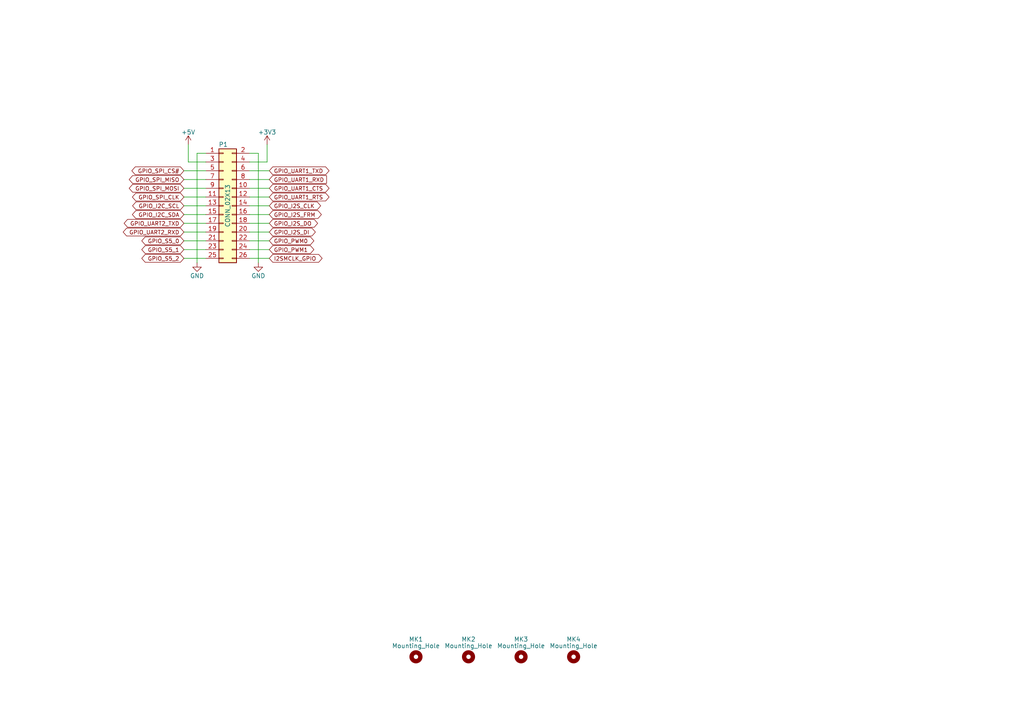
<source format=kicad_sch>
(kicad_sch (version 20230121) (generator eeschema)
  (paper "A4")
  (lib_symbols
    (symbol "Connector_Generic:Conn_02x13_Odd_Even" (pin_names (offset 1.016) hide)
      (property "Reference" "J" (at 1.27 17.78 0))
      (property "Value" "Conn_02x13_Odd_Even" (at 1.27 -17.78 0))
      (symbol "Conn_02x13_Odd_Even_1_1"
        (rectangle (start -1.27 -15.113) (end 0 -15.367) (stroke (width 0.1524)))
        (rectangle (start -1.27 -12.573) (end 0 -12.827) (stroke (width 0.1524)))
        (rectangle (start -1.27 -10.033) (end 0 -10.287) (stroke (width 0.1524)))
        (rectangle (start -1.27 -7.493) (end 0 -7.747) (stroke (width 0.1524)))
        (rectangle (start -1.27 -4.953) (end 0 -5.207) (stroke (width 0.1524)))
        (rectangle (start -1.27 -2.413) (end 0 -2.667) (stroke (width 0.1524)))
        (rectangle (start -1.27 0.127) (end 0 -0.127) (stroke (width 0.1524)))
        (rectangle (start -1.27 2.667) (end 0 2.413) (stroke (width 0.1524)))
        (rectangle (start -1.27 5.207) (end 0 4.953) (stroke (width 0.1524)))
        (rectangle (start -1.27 7.747) (end 0 7.493) (stroke (width 0.1524)))
        (rectangle (start -1.27 10.287) (end 0 10.033) (stroke (width 0.1524)))
        (rectangle (start -1.27 12.827) (end 0 12.573) (stroke (width 0.1524)))
        (rectangle (start -1.27 15.367) (end 0 15.113) (stroke (width 0.1524)))
        (rectangle (start -1.27 16.51) (end 3.81 -16.51) (stroke (width 0.254)) (fill (type background)))
        (rectangle (start 3.81 -15.113) (end 2.54 -15.367) (stroke (width 0.1524)))
        (rectangle (start 3.81 -12.573) (end 2.54 -12.827) (stroke (width 0.1524)))
        (rectangle (start 3.81 -10.033) (end 2.54 -10.287) (stroke (width 0.1524)))
        (rectangle (start 3.81 -7.493) (end 2.54 -7.747) (stroke (width 0.1524)))
        (rectangle (start 3.81 -4.953) (end 2.54 -5.207) (stroke (width 0.1524)))
        (rectangle (start 3.81 -2.413) (end 2.54 -2.667) (stroke (width 0.1524)))
        (rectangle (start 3.81 0.127) (end 2.54 -0.127) (stroke (width 0.1524)))
        (rectangle (start 3.81 2.667) (end 2.54 2.413) (stroke (width 0.1524)))
        (rectangle (start 3.81 5.207) (end 2.54 4.953) (stroke (width 0.1524)))
        (rectangle (start 3.81 7.747) (end 2.54 7.493) (stroke (width 0.1524)))
        (rectangle (start 3.81 10.287) (end 2.54 10.033) (stroke (width 0.1524)))
        (rectangle (start 3.81 12.827) (end 2.54 12.573) (stroke (width 0.1524)))
        (rectangle (start 3.81 15.367) (end 2.54 15.113) (stroke (width 0.1524)))
        (pin passive line (at -5.08 15.24 0) (length 3.81) (name "Pin_1") (number "1"))
        (pin passive line (at 7.62 5.08 180) (length 3.81) (name "Pin_10") (number "10"))
        (pin passive line (at -5.08 2.54 0) (length 3.81) (name "Pin_11") (number "11"))
        (pin passive line (at 7.62 2.54 180) (length 3.81) (name "Pin_12") (number "12"))
        (pin passive line (at -5.08 0 0) (length 3.81) (name "Pin_13") (number "13"))
        (pin passive line (at 7.62 0 180) (length 3.81) (name "Pin_14") (number "14"))
        (pin passive line (at -5.08 -2.54 0) (length 3.81) (name "Pin_15") (number "15"))
        (pin passive line (at 7.62 -2.54 180) (length 3.81) (name "Pin_16") (number "16"))
        (pin passive line (at -5.08 -5.08 0) (length 3.81) (name "Pin_17") (number "17"))
        (pin passive line (at 7.62 -5.08 180) (length 3.81) (name "Pin_18") (number "18"))
        (pin passive line (at -5.08 -7.62 0) (length 3.81) (name "Pin_19") (number "19"))
        (pin passive line (at 7.62 15.24 180) (length 3.81) (name "Pin_2") (number "2"))
        (pin passive line (at 7.62 -7.62 180) (length 3.81) (name "Pin_20") (number "20"))
        (pin passive line (at -5.08 -10.16 0) (length 3.81) (name "Pin_21") (number "21"))
        (pin passive line (at 7.62 -10.16 180) (length 3.81) (name "Pin_22") (number "22"))
        (pin passive line (at -5.08 -12.7 0) (length 3.81) (name "Pin_23") (number "23"))
        (pin passive line (at 7.62 -12.7 180) (length 3.81) (name "Pin_24") (number "24"))
        (pin passive line (at -5.08 -15.24 0) (length 3.81) (name "Pin_25") (number "25"))
        (pin passive line (at 7.62 -15.24 180) (length 3.81) (name "Pin_26") (number "26"))
        (pin passive line (at -5.08 12.7 0) (length 3.81) (name "Pin_3") (number "3"))
        (pin passive line (at 7.62 12.7 180) (length 3.81) (name "Pin_4") (number "4"))
        (pin passive line (at -5.08 10.16 0) (length 3.81) (name "Pin_5") (number "5"))
        (pin passive line (at 7.62 10.16 180) (length 3.81) (name "Pin_6") (number "6"))
        (pin passive line (at -5.08 7.62 0) (length 3.81) (name "Pin_7") (number "7"))
        (pin passive line (at 7.62 7.62 180) (length 3.81) (name "Pin_8") (number "8"))
        (pin passive line (at -5.08 5.08 0) (length 3.81) (name "Pin_9") (number "9"))
      )
    )
    (symbol "minnowboard-ls-lure-rescue:+3.3V-power" (power) (pin_names (offset 0))
      (property "Value" "+3.3V-power" (at 0 3.556 0))
      (symbol "+3.3V-power_0_1"
        (polyline (pts (xy -0.762 1.27) (xy 0 2.54)))
        (polyline (pts (xy 0 0) (xy 0 2.54)))
        (polyline (pts (xy 0 2.54) (xy 0.762 1.27)))
      )
      (symbol "+3.3V-power_1_1"
        (pin power_in line (at 0 0 90) (length 0) hide (name "+3V3") (number "1"))
      )
    )
    (symbol "minnowboard-ls-lure-rescue:Mounting_Hole-Mechanical" (pin_names (offset 1.016))
      (property "Reference" "MK" (at 0 5.08 0))
      (property "Value" "Mechanical:Mounting_Hole" (at 0 3.175 0))
      (symbol "Mounting_Hole-Mechanical_0_1"
        (circle (center 0 0) (radius 1.27) (stroke (width 1.27)))
      )
    )
    (symbol "power:+5V" (power) (pin_names (offset 0))
      (property "Value" "+5V" (at 0 3.556 0))
      (symbol "+5V_0_1"
        (polyline (pts (xy -0.762 1.27) (xy 0 2.54)))
        (polyline (pts (xy 0 0) (xy 0 2.54)))
        (polyline (pts (xy 0 2.54) (xy 0.762 1.27)))
      )
      (symbol "+5V_1_1"
        (pin power_in line (at 0 0 90) (length 0) hide (name "+5V") (number "1"))
      )
    )
    (symbol "power:GND" (power) (pin_names (offset 0))
      (property "Value" "GND" (at 0 -3.81 0))
      (symbol "GND_0_1"
        (polyline (pts (xy 0 0) (xy 0 -1.27) (xy 1.27 -1.27) (xy 0 -2.54) (xy -1.27 -1.27) (xy 0 -1.27)))
      )
      (symbol "GND_1_1"
        (pin power_in line (at 0 0 270) (length 0) hide (name "GND") (number "1"))
      )
    )
  )
  (wire (pts (xy 57.15 44.45) (xy 57.15 76.2)))
  (wire (pts (xy 72.39 64.77) (xy 78.105 64.77)))
  (wire (pts (xy 53.34 72.39) (xy 59.69 72.39)))
  (wire (pts (xy 54.61 41.91) (xy 54.61 46.99)))
  (wire (pts (xy 72.39 62.23) (xy 78.105 62.23)))
  (wire (pts (xy 72.39 44.45) (xy 74.93 44.45)))
  (wire (pts (xy 72.39 74.93) (xy 78.105 74.93)))
  (wire (pts (xy 53.34 49.53) (xy 59.69 49.53)))
  (wire (pts (xy 53.34 62.23) (xy 59.69 62.23)))
  (wire (pts (xy 53.34 59.69) (xy 59.69 59.69)))
  (wire (pts (xy 74.93 44.45) (xy 74.93 76.2)))
  (wire (pts (xy 53.34 54.61) (xy 59.69 54.61)))
  (wire (pts (xy 72.39 72.39) (xy 78.105 72.39)))
  (wire (pts (xy 53.34 69.85) (xy 59.69 69.85)))
  (wire (pts (xy 53.34 57.15) (xy 59.69 57.15)))
  (wire (pts (xy 53.34 74.93) (xy 59.69 74.93)))
  (wire (pts (xy 72.39 54.61) (xy 78.105 54.61)))
  (wire (pts (xy 53.34 67.31) (xy 59.69 67.31)))
  (wire (pts (xy 72.39 67.31) (xy 78.105 67.31)))
  (wire (pts (xy 53.34 64.77) (xy 59.69 64.77)))
  (wire (pts (xy 72.39 57.15) (xy 78.105 57.15)))
  (wire (pts (xy 53.34 52.07) (xy 59.69 52.07)))
  (wire (pts (xy 54.61 46.99) (xy 59.69 46.99)))
  (wire (pts (xy 77.47 46.99) (xy 77.47 41.91)))
  (wire (pts (xy 72.39 59.69) (xy 78.105 59.69)))
  (wire (pts (xy 72.39 69.85) (xy 78.105 69.85)))
  (wire (pts (xy 72.39 46.99) (xy 77.47 46.99)))
  (wire (pts (xy 72.39 52.07) (xy 78.105 52.07)))
  (wire (pts (xy 59.69 44.45) (xy 57.15 44.45)))
  (wire (pts (xy 72.39 49.53) (xy 78.105 49.53)))
  (global_label "GPIO_SPI_MOSI" (shape bidirectional) (at 53.34 54.61 180) (effects (font (size 1.143 1.143))) (property "Intersheetrefs" "${INTERSHEET_REFS}" (effects hide)))
  (global_label "GPIO_I2S_DI" (shape bidirectional) (at 78.105 67.31 0) (effects (font (size 1.143 1.143))) (property "Intersheetrefs" "${INTERSHEET_REFS}" (effects hide)))
  (global_label "GPIO_S5_2" (shape bidirectional) (at 53.34 74.93 180) (effects (font (size 1.143 1.143))) (property "Intersheetrefs" "${INTERSHEET_REFS}" (effects hide)))
  (global_label "GPIO_I2S_FRM" (shape bidirectional) (at 78.105 62.23 0) (effects (font (size 1.143 1.143))) (property "Intersheetrefs" "${INTERSHEET_REFS}" (effects hide)))
  (global_label "GPIO_SPI_CS#" (shape bidirectional) (at 53.34 49.53 180) (effects (font (size 1.143 1.143))) (property "Intersheetrefs" "${INTERSHEET_REFS}" (effects hide)))
  (global_label "GPIO_PWM0" (shape bidirectional) (at 78.105 69.85 0) (effects (font (size 1.143 1.143))) (property "Intersheetrefs" "${INTERSHEET_REFS}" (effects hide)))
  (global_label "I2SMCLK_GPIO" (shape bidirectional) (at 78.105 74.93 0) (effects (font (size 1.143 1.143))) (property "Intersheetrefs" "${INTERSHEET_REFS}" (effects hide)))
  (global_label "GPIO_PWM1" (shape bidirectional) (at 78.105 72.39 0) (effects (font (size 1.143 1.143))) (property "Intersheetrefs" "${INTERSHEET_REFS}" (effects hide)))
  (global_label "GPIO_I2S_CLK" (shape bidirectional) (at 78.105 59.69 0) (effects (font (size 1.143 1.143))) (property "Intersheetrefs" "${INTERSHEET_REFS}" (effects hide)))
  (global_label "GPIO_UART2_RXD" (shape bidirectional) (at 53.34 67.31 180) (effects (font (size 1.143 1.143))) (property "Intersheetrefs" "${INTERSHEET_REFS}" (effects hide)))
  (global_label "GPIO_UART1_RXD" (shape input) (at 78.105 52.07 0) (effects (font (size 1.143 1.143))) (property "Intersheetrefs" "${INTERSHEET_REFS}" (effects hide)))
  (global_label "GPIO_SPI_MISO" (shape bidirectional) (at 53.34 52.07 180) (effects (font (size 1.143 1.143))) (property "Intersheetrefs" "${INTERSHEET_REFS}" (effects hide)))
  (global_label "GPIO_S5_0" (shape bidirectional) (at 53.34 69.85 180) (effects (font (size 1.143 1.143))) (property "Intersheetrefs" "${INTERSHEET_REFS}" (effects hide)))
  (global_label "GPIO_I2C_SDA" (shape bidirectional) (at 53.34 62.23 180) (effects (font (size 1.143 1.143))) (property "Intersheetrefs" "${INTERSHEET_REFS}" (effects hide)))
  (global_label "GPIO_UART2_TXD" (shape bidirectional) (at 53.34 64.77 180) (effects (font (size 1.143 1.143))) (property "Intersheetrefs" "${INTERSHEET_REFS}" (effects hide)))
  (global_label "GPIO_I2S_DO" (shape bidirectional) (at 78.105 64.77 0) (effects (font (size 1.143 1.143))) (property "Intersheetrefs" "${INTERSHEET_REFS}" (effects hide)))
  (global_label "GPIO_I2C_SCL" (shape bidirectional) (at 53.34 59.69 180) (effects (font (size 1.143 1.143))) (property "Intersheetrefs" "${INTERSHEET_REFS}" (effects hide)))
  (global_label "GPIO_UART1_TXD" (shape bidirectional) (at 78.105 49.53 0) (effects (font (size 1.143 1.143))) (property "Intersheetrefs" "${INTERSHEET_REFS}" (effects hide)))
  (global_label "GPIO_S5_1" (shape bidirectional) (at 53.34 72.39 180) (effects (font (size 1.143 1.143))) (property "Intersheetrefs" "${INTERSHEET_REFS}" (effects hide)))
  (global_label "GPIO_SPI_CLK" (shape bidirectional) (at 53.34 57.15 180) (effects (font (size 1.143 1.143))) (property "Intersheetrefs" "${INTERSHEET_REFS}" (effects hide)))
  (global_label "GPIO_UART1_CTS" (shape bidirectional) (at 78.105 54.61 0) (effects (font (size 1.143 1.143))) (property "Intersheetrefs" "${INTERSHEET_REFS}" (effects hide)))
  (global_label "GPIO_UART1_RTS" (shape bidirectional) (at 78.105 57.15 0) (effects (font (size 1.143 1.143))) (property "Intersheetrefs" "${INTERSHEET_REFS}" (effects hide)))
  (symbol (lib_id "Connector_Generic:Conn_02x13_Odd_Even") (at 64.77 59.69 0) (unit 1)
    (property "Reference" "P1" (at 64.77 41.91 0))
    (property "Value" "CONN_02X13" (at 66.04 59.69 90))
    (property "Footprint" "Pin_Headers:Pin_Header_Straight_2x13" (effects hide))
  )
  (symbol (lib_id "power:GND") (at 74.93 76.2 0) (unit 1)
    (property "Reference" "#PWR3" (effects hide))
    (property "Value" "GND" (at 74.93 80.01 0))
  )
  (symbol (lib_id "power:GND") (at 57.15 76.2 0) (unit 1)
    (property "Reference" "#PWR2" (effects hide))
    (property "Value" "GND" (at 57.15 80.01 0))
  )
  (symbol (lib_id "minnowboard-ls-lure-rescue:+3.3V-power") (at 77.47 41.91 0) (unit 1)
    (property "Reference" "#PWR4" (effects hide))
    (property "Value" "+3.3V" (at 77.47 38.354 0))
  )
  (symbol (lib_id "power:+5V") (at 54.61 41.91 0) (unit 1)
    (property "Reference" "#PWR1" (effects hide))
    (property "Value" "+5V" (at 54.61 38.354 0))
  )
  (symbol (lib_id "minnowboard-ls-lure-rescue:Mounting_Hole-Mechanical") (at 135.89 190.5 0) (unit 1)
    (property "Reference" "MK2" (at 135.89 185.42 0))
    (property "Value" "Mounting_Hole" (at 135.89 187.325 0))
    (property "Footprint" "Mounting_Holes:MountingHole_3-5mm" (effects hide))
  )
  (symbol (lib_id "minnowboard-ls-lure-rescue:Mounting_Hole-Mechanical") (at 120.65 190.5 0) (unit 1)
    (property "Reference" "MK1" (at 120.65 185.42 0))
    (property "Value" "Mounting_Hole" (at 120.65 187.325 0))
    (property "Footprint" "Mounting_Holes:MountingHole_3-5mm" (effects hide))
  )
  (symbol (lib_id "minnowboard-ls-lure-rescue:Mounting_Hole-Mechanical") (at 151.13 190.5 0) (unit 1)
    (property "Reference" "MK3" (at 151.13 185.42 0))
    (property "Value" "Mounting_Hole" (at 151.13 187.325 0))
    (property "Footprint" "Mounting_Holes:MountingHole_3-5mm" (effects hide))
  )
  (symbol (lib_id "minnowboard-ls-lure-rescue:Mounting_Hole-Mechanical") (at 166.37 190.5 0) (unit 1)
    (property "Reference" "MK4" (at 166.37 185.42 0))
    (property "Value" "Mounting_Hole" (at 166.37 187.325 0))
    (property "Footprint" "Mounting_Holes:MountingHole_3-5mm" (effects hide))
  )
)
</source>
